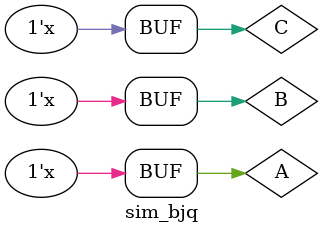
<source format=v>
`timescale 1ns / 1ps


module sim_bjq( );
    reg A, B, C;
    wire Out;
    bjq u1(A, B, C, Out);
    initial
        begin
            A = 0; B = 0; C = 0;
        end
    always #10 {A, B, C} = {A, B, C} + 1; 
endmodule

</source>
